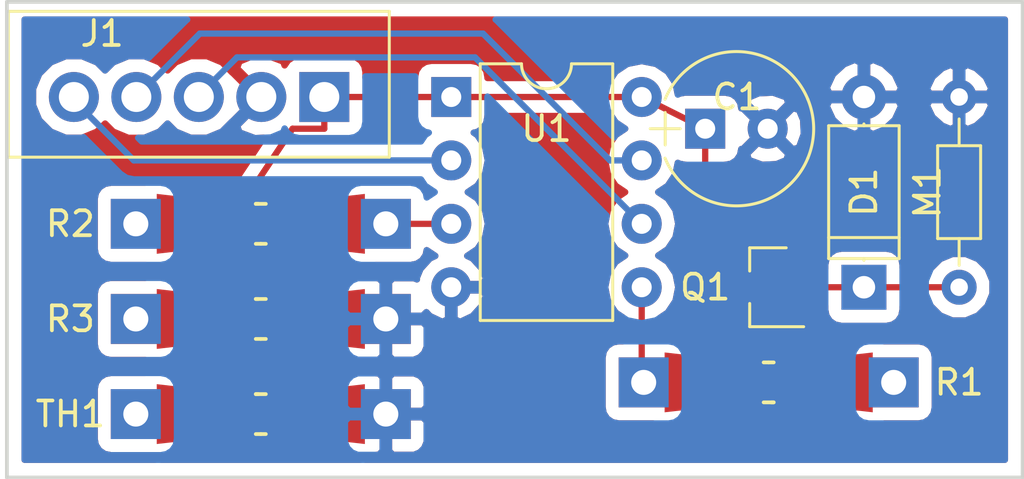
<source format=kicad_pcb>
(kicad_pcb (version 4) (host pcbnew 4.0.7)

  (general
    (links 29)
    (no_connects 0)
    (area 129.064999 110.274999 170.255001 129.615001)
    (thickness 1.6)
    (drawings 4)
    (tracks 45)
    (zones 0)
    (modules 10)
    (nets 10)
  )

  (page A4)
  (layers
    (0 F.Cu signal)
    (31 B.Cu signal)
    (32 B.Adhes user)
    (33 F.Adhes user)
    (34 B.Paste user)
    (35 F.Paste user)
    (36 B.SilkS user)
    (37 F.SilkS user)
    (38 B.Mask user)
    (39 F.Mask user)
    (40 Dwgs.User user)
    (41 Cmts.User user)
    (42 Eco1.User user)
    (43 Eco2.User user)
    (44 Edge.Cuts user)
    (45 Margin user)
    (46 B.CrtYd user)
    (47 F.CrtYd user)
    (48 B.Fab user)
    (49 F.Fab user)
  )

  (setup
    (last_trace_width 0.25)
    (trace_clearance 0.2)
    (zone_clearance 0.508)
    (zone_45_only no)
    (trace_min 0.2)
    (segment_width 0.2)
    (edge_width 0.15)
    (via_size 0.6)
    (via_drill 0.4)
    (via_min_size 0.4)
    (via_min_drill 0.3)
    (uvia_size 0.3)
    (uvia_drill 0.1)
    (uvias_allowed no)
    (uvia_min_size 0.2)
    (uvia_min_drill 0.1)
    (pcb_text_width 0.3)
    (pcb_text_size 1.5 1.5)
    (mod_edge_width 0.15)
    (mod_text_size 1 1)
    (mod_text_width 0.15)
    (pad_size 1.524 1.524)
    (pad_drill 0.762)
    (pad_to_mask_clearance 0.2)
    (aux_axis_origin 0 0)
    (visible_elements 7FFFFFFF)
    (pcbplotparams
      (layerselection 0x00030_80000001)
      (usegerberextensions false)
      (excludeedgelayer true)
      (linewidth 0.100000)
      (plotframeref false)
      (viasonmask false)
      (mode 1)
      (useauxorigin false)
      (hpglpennumber 1)
      (hpglpenspeed 20)
      (hpglpendiameter 15)
      (hpglpenoverlay 2)
      (psnegative false)
      (psa4output false)
      (plotreference true)
      (plotvalue true)
      (plotinvisibletext false)
      (padsonsilk false)
      (subtractmaskfromsilk false)
      (outputformat 1)
      (mirror false)
      (drillshape 0)
      (scaleselection 1)
      (outputdirectory ../../Desktop/TempFan/))
  )

  (net 0 "")
  (net 1 +5V)
  (net 2 GND)
  (net 3 "Net-(D1-Pad1)")
  (net 4 "Net-(Q1-Pad1)")
  (net 5 "Net-(R1-Pad2)")
  (net 6 "Net-(R2-Pad2)")
  (net 7 Out3)
  (net 8 Out1)
  (net 9 Out2)

  (net_class Default "This is the default net class."
    (clearance 0.2)
    (trace_width 0.25)
    (via_dia 0.6)
    (via_drill 0.4)
    (uvia_dia 0.3)
    (uvia_drill 0.1)
    (add_net +5V)
    (add_net GND)
    (add_net "Net-(D1-Pad1)")
    (add_net "Net-(Q1-Pad1)")
    (add_net "Net-(R1-Pad2)")
    (add_net "Net-(R2-Pad2)")
    (add_net Out1)
    (add_net Out2)
    (add_net Out3)
  )

  (module TO_SOT_Packages_SMD:SOT-23 (layer F.Cu) (tedit 4AE15686) (tstamp 59FB9F03)
    (at 160.02 121.92 180)
    (descr "SOT-23, Standard")
    (tags SOT-23)
    (path /4AE15818)
    (attr smd)
    (fp_text reference Q1 (at 2.54 0 180) (layer F.SilkS)
      (effects (font (size 1 1) (thickness 0.15)))
    )
    (fp_text value NPN (at 2.54 -1.27 180) (layer F.Fab)
      (effects (font (size 1 1) (thickness 0.15)))
    )
    (fp_text user %R (at 0 0 270) (layer F.Fab)
      (effects (font (size 0.5 0.5) (thickness 0.075)))
    )
    (fp_line (start -0.7 -0.95) (end -0.7 1.5) (layer F.Fab) (width 0.1))
    (fp_line (start -0.15 -1.52) (end 0.7 -1.52) (layer F.Fab) (width 0.1))
    (fp_line (start -0.7 -0.95) (end -0.15 -1.52) (layer F.Fab) (width 0.1))
    (fp_line (start 0.7 -1.52) (end 0.7 1.52) (layer F.Fab) (width 0.1))
    (fp_line (start -0.7 1.52) (end 0.7 1.52) (layer F.Fab) (width 0.1))
    (fp_line (start 0.76 1.58) (end 0.76 0.65) (layer F.SilkS) (width 0.12))
    (fp_line (start 0.76 -1.58) (end 0.76 -0.65) (layer F.SilkS) (width 0.12))
    (fp_line (start -1.7 -1.75) (end 1.7 -1.75) (layer F.CrtYd) (width 0.05))
    (fp_line (start 1.7 -1.75) (end 1.7 1.75) (layer F.CrtYd) (width 0.05))
    (fp_line (start 1.7 1.75) (end -1.7 1.75) (layer F.CrtYd) (width 0.05))
    (fp_line (start -1.7 1.75) (end -1.7 -1.75) (layer F.CrtYd) (width 0.05))
    (fp_line (start 0.76 -1.58) (end -1.4 -1.58) (layer F.SilkS) (width 0.12))
    (fp_line (start 0.76 1.58) (end -0.7 1.58) (layer F.SilkS) (width 0.12))
    (pad 1 smd rect (at -1 -0.95 180) (size 0.9 0.8) (layers F.Cu F.Paste F.Mask)
      (net 4 "Net-(Q1-Pad1)"))
    (pad 2 smd rect (at -1 0.95 180) (size 0.9 0.8) (layers F.Cu F.Paste F.Mask)
      (net 3 "Net-(D1-Pad1)"))
    (pad 3 smd rect (at 1 0 180) (size 0.9 0.8) (layers F.Cu F.Paste F.Mask)
      (net 1 +5V))
    (model ${KISYS3DMOD}/TO_SOT_Packages_SMD.3dshapes/SOT-23.wrl
      (at (xyz 0 0 0))
      (scale (xyz 1 1 1))
      (rotate (xyz 0 0 0))
    )
  )

  (module Housings_DIP:DIP-8_W7.62mm (layer F.Cu) (tedit 4AE155EA) (tstamp 59FB9F6F)
    (at 147.32 114.3)
    (descr "8-lead though-hole mounted DIP package, row spacing 7.62 mm (300 mils)")
    (tags "THT DIP DIL PDIP 2.54mm 7.62mm 300mil")
    (path /4AE185FF)
    (fp_text reference U1 (at 3.81 1.27) (layer F.SilkS)
      (effects (font (size 1 1) (thickness 0.15)))
    )
    (fp_text value ATTINY85 (at 3.81 -2.54) (layer F.Fab)
      (effects (font (size 1 1) (thickness 0.15)))
    )
    (fp_arc (start 3.81 -1.33) (end 2.81 -1.33) (angle -180) (layer F.SilkS) (width 0.12))
    (fp_line (start 1.635 -1.27) (end 6.985 -1.27) (layer F.Fab) (width 0.1))
    (fp_line (start 6.985 -1.27) (end 6.985 8.89) (layer F.Fab) (width 0.1))
    (fp_line (start 6.985 8.89) (end 0.635 8.89) (layer F.Fab) (width 0.1))
    (fp_line (start 0.635 8.89) (end 0.635 -0.27) (layer F.Fab) (width 0.1))
    (fp_line (start 0.635 -0.27) (end 1.635 -1.27) (layer F.Fab) (width 0.1))
    (fp_line (start 2.81 -1.33) (end 1.16 -1.33) (layer F.SilkS) (width 0.12))
    (fp_line (start 1.16 -1.33) (end 1.16 8.95) (layer F.SilkS) (width 0.12))
    (fp_line (start 1.16 8.95) (end 6.46 8.95) (layer F.SilkS) (width 0.12))
    (fp_line (start 6.46 8.95) (end 6.46 -1.33) (layer F.SilkS) (width 0.12))
    (fp_line (start 6.46 -1.33) (end 4.81 -1.33) (layer F.SilkS) (width 0.12))
    (fp_line (start -1.1 -1.55) (end -1.1 9.15) (layer F.CrtYd) (width 0.05))
    (fp_line (start -1.1 9.15) (end 8.7 9.15) (layer F.CrtYd) (width 0.05))
    (fp_line (start 8.7 9.15) (end 8.7 -1.55) (layer F.CrtYd) (width 0.05))
    (fp_line (start 8.7 -1.55) (end -1.1 -1.55) (layer F.CrtYd) (width 0.05))
    (fp_text user %R (at 3.81 1.27) (layer F.Fab)
      (effects (font (size 1 1) (thickness 0.15)))
    )
    (pad 1 thru_hole rect (at 0 0) (size 1.6 1.6) (drill 0.8) (layers *.Cu *.Mask)
      (net 1 +5V))
    (pad 5 thru_hole oval (at 7.62 7.62) (size 1.6 1.6) (drill 0.8) (layers *.Cu *.Mask)
      (net 5 "Net-(R1-Pad2)"))
    (pad 2 thru_hole oval (at 0 2.54) (size 1.6 1.6) (drill 0.8) (layers *.Cu *.Mask)
      (net 7 Out3))
    (pad 6 thru_hole oval (at 7.62 5.08) (size 1.6 1.6) (drill 0.8) (layers *.Cu *.Mask)
      (net 8 Out1))
    (pad 3 thru_hole oval (at 0 5.08) (size 1.6 1.6) (drill 0.8) (layers *.Cu *.Mask)
      (net 6 "Net-(R2-Pad2)"))
    (pad 7 thru_hole oval (at 7.62 2.54) (size 1.6 1.6) (drill 0.8) (layers *.Cu *.Mask)
      (net 9 Out2))
    (pad 4 thru_hole oval (at 0 7.62) (size 1.6 1.6) (drill 0.8) (layers *.Cu *.Mask)
      (net 2 GND))
    (pad 8 thru_hole oval (at 7.62 0) (size 1.6 1.6) (drill 0.8) (layers *.Cu *.Mask)
      (net 1 +5V))
    (model ${KISYS3DMOD}/Housings_DIP.3dshapes/DIP-8_W7.62mm.wrl
      (at (xyz 0 0 0))
      (scale (xyz 1 1 1))
      (rotate (xyz 0 0 0))
    )
  )

  (module Capacitors_THT:CP_Radial_Tantal_D6.0mm_P2.50mm (layer F.Cu) (tedit 4AE15607) (tstamp 59FB9E64)
    (at 157.48 115.57)
    (descr "CP, Radial_Tantal series, Radial, pin pitch=2.50mm, , diameter=6.0mm, Tantal Electrolytic Capacitor, http://cdn-reichelt.de/documents/datenblatt/B300/TANTAL-TB-Serie%23.pdf")
    (tags "CP Radial_Tantal series Radial pin pitch 2.50mm  diameter 6.0mm Tantal Electrolytic Capacitor")
    (path /4AE1698F)
    (fp_text reference C1 (at 1.27 -1.27 180) (layer F.SilkS)
      (effects (font (size 1 1) (thickness 0.15)))
    )
    (fp_text value "100 u" (at 1.27 -3.81) (layer F.Fab)
      (effects (font (size 1 1) (thickness 0.15)))
    )
    (fp_arc (start 1.25 0) (end -1.605819 -1.18) (angle 135.1) (layer F.SilkS) (width 0.12))
    (fp_arc (start 1.25 0) (end -1.605819 1.18) (angle -135.1) (layer F.SilkS) (width 0.12))
    (fp_arc (start 1.25 0) (end 4.105819 -1.18) (angle 44.9) (layer F.SilkS) (width 0.12))
    (fp_circle (center 1.25 0) (end 4.25 0) (layer F.Fab) (width 0.1))
    (fp_line (start -2.2 0) (end -1 0) (layer F.Fab) (width 0.1))
    (fp_line (start -1.6 -0.65) (end -1.6 0.65) (layer F.Fab) (width 0.1))
    (fp_line (start -2.2 0) (end -1 0) (layer F.SilkS) (width 0.12))
    (fp_line (start -1.6 -0.65) (end -1.6 0.65) (layer F.SilkS) (width 0.12))
    (fp_line (start -2.1 -3.35) (end -2.1 3.35) (layer F.CrtYd) (width 0.05))
    (fp_line (start -2.1 3.35) (end 4.6 3.35) (layer F.CrtYd) (width 0.05))
    (fp_line (start 4.6 3.35) (end 4.6 -3.35) (layer F.CrtYd) (width 0.05))
    (fp_line (start 4.6 -3.35) (end -2.1 -3.35) (layer F.CrtYd) (width 0.05))
    (fp_text user %R (at 1.27 -1.27) (layer F.Fab)
      (effects (font (size 1 1) (thickness 0.15)))
    )
    (pad 1 thru_hole rect (at 0 0) (size 1.6 1.6) (drill 0.8) (layers *.Cu *.Mask)
      (net 1 +5V))
    (pad 2 thru_hole circle (at 2.5 0) (size 1.6 1.6) (drill 0.8) (layers *.Cu *.Mask)
      (net 2 GND))
    (model ${KISYS3DMOD}/Capacitors_THT.3dshapes/CP_Radial_Tantal_D6.0mm_P2.50mm.wrl
      (at (xyz 0 0 0))
      (scale (xyz 1 1 1))
      (rotate (xyz 0 0 0))
    )
  )

  (module Resistors_Universal:Resistor_SMD+THTuniversal_0805to1206_RM10_HandSoldering (layer F.Cu) (tedit 4AE1557D) (tstamp 59FB9F3B)
    (at 139.7 123.19)
    (descr "Resistor, SMD and THT, universal, 0805 to 1206,RM10,  Hand soldering,")
    (tags "Resistor, SMD and THT, universal, 0805 to 1206, RM10, Hand soldering,")
    (path /4AE15FCF)
    (fp_text reference R3 (at -7.62 0) (layer F.SilkS)
      (effects (font (size 1 1) (thickness 0.15)))
    )
    (fp_text value 10K (at -7.62 -1.27) (layer F.Fab)
      (effects (font (size 1 1) (thickness 0.15)))
    )
    (fp_line (start 0 0.8001) (end 0.20066 0.8001) (layer F.SilkS) (width 0.15))
    (fp_line (start 0 0.8001) (end -0.20066 0.8001) (layer F.SilkS) (width 0.15))
    (fp_line (start -0.09906 -0.8001) (end -0.20066 -0.8001) (layer F.SilkS) (width 0.15))
    (fp_line (start -0.20066 -0.8001) (end 0.20066 -0.8001) (layer F.SilkS) (width 0.15))
    (pad 1 smd trapezoid (at -2.413 0) (size 3.50012 1.99898) (rect_delta 0.39878 0 ) (layers F.Cu F.Paste F.Mask)
      (net 6 "Net-(R2-Pad2)"))
    (pad 2 smd trapezoid (at 2.413 0 180) (size 3.50012 1.99898) (rect_delta 0.39878 0 ) (layers F.Cu F.Paste F.Mask)
      (net 2 GND))
    (pad 1 thru_hole rect (at -5.00126 0 180) (size 1.99898 1.99898) (drill 1.00076) (layers *.Cu *.Mask)
      (net 6 "Net-(R2-Pad2)"))
    (pad 2 thru_hole rect (at 5.00126 0 180) (size 1.99898 1.99898) (drill 1.00076) (layers *.Cu *.Mask)
      (net 2 GND))
  )

  (module Resistors_Universal:Resistor_SMD+THTuniversal_0805to1206_RM10_HandSoldering (layer F.Cu) (tedit 4AE155B4) (tstamp 59FB9F53)
    (at 139.7 127)
    (descr "Resistor, SMD and THT, universal, 0805 to 1206,RM10,  Hand soldering,")
    (tags "Resistor, SMD and THT, universal, 0805 to 1206, RM10, Hand soldering,")
    (path /59F1629A)
    (fp_text reference TH1 (at -7.62 0) (layer F.SilkS)
      (effects (font (size 1 1) (thickness 0.15)))
    )
    (fp_text value NTC (at -7.62 -1.27) (layer F.Fab)
      (effects (font (size 1 1) (thickness 0.15)))
    )
    (fp_line (start 0 0.8001) (end 0.20066 0.8001) (layer F.SilkS) (width 0.15))
    (fp_line (start 0 0.8001) (end -0.20066 0.8001) (layer F.SilkS) (width 0.15))
    (fp_line (start -0.09906 -0.8001) (end -0.20066 -0.8001) (layer F.SilkS) (width 0.15))
    (fp_line (start -0.20066 -0.8001) (end 0.20066 -0.8001) (layer F.SilkS) (width 0.15))
    (pad 1 smd trapezoid (at -2.413 0) (size 3.50012 1.99898) (rect_delta 0.39878 0 ) (layers F.Cu F.Paste F.Mask)
      (net 6 "Net-(R2-Pad2)"))
    (pad 2 smd trapezoid (at 2.413 0 180) (size 3.50012 1.99898) (rect_delta 0.39878 0 ) (layers F.Cu F.Paste F.Mask)
      (net 2 GND))
    (pad 1 thru_hole rect (at -5.00126 0 180) (size 1.99898 1.99898) (drill 1.00076) (layers *.Cu *.Mask)
      (net 6 "Net-(R2-Pad2)"))
    (pad 2 thru_hole rect (at 5.00126 0 180) (size 1.99898 1.99898) (drill 1.00076) (layers *.Cu *.Mask)
      (net 2 GND))
  )

  (module Resistors_Universal:Resistor_SMD+THTuniversal_0805to1206_RM10_HandSoldering (layer F.Cu) (tedit 4AE15552) (tstamp 59FB9F2A)
    (at 139.7 119.38)
    (descr "Resistor, SMD and THT, universal, 0805 to 1206,RM10,  Hand soldering,")
    (tags "Resistor, SMD and THT, universal, 0805 to 1206, RM10, Hand soldering,")
    (path /4AE166D6)
    (fp_text reference R2 (at -7.62 0) (layer F.SilkS)
      (effects (font (size 1 1) (thickness 0.15)))
    )
    (fp_text value 10K (at -7.62 -1.27) (layer F.Fab)
      (effects (font (size 1 1) (thickness 0.15)))
    )
    (fp_line (start 0 0.8001) (end 0.20066 0.8001) (layer F.SilkS) (width 0.15))
    (fp_line (start 0 0.8001) (end -0.20066 0.8001) (layer F.SilkS) (width 0.15))
    (fp_line (start -0.09906 -0.8001) (end -0.20066 -0.8001) (layer F.SilkS) (width 0.15))
    (fp_line (start -0.20066 -0.8001) (end 0.20066 -0.8001) (layer F.SilkS) (width 0.15))
    (pad 1 smd trapezoid (at -2.413 0) (size 3.50012 1.99898) (rect_delta 0.39878 0 ) (layers F.Cu F.Paste F.Mask)
      (net 1 +5V))
    (pad 2 smd trapezoid (at 2.413 0 180) (size 3.50012 1.99898) (rect_delta 0.39878 0 ) (layers F.Cu F.Paste F.Mask)
      (net 6 "Net-(R2-Pad2)"))
    (pad 1 thru_hole rect (at -5.00126 0 180) (size 1.99898 1.99898) (drill 1.00076) (layers *.Cu *.Mask)
      (net 1 +5V))
    (pad 2 thru_hole rect (at 5.00126 0 180) (size 1.99898 1.99898) (drill 1.00076) (layers *.Cu *.Mask)
      (net 6 "Net-(R2-Pad2)"))
  )

  (module Resistors_Universal:Resistor_SMD+THTuniversal_0805to1206_RM10_HandSoldering (layer F.Cu) (tedit 4AE15638) (tstamp 59FB9F14)
    (at 160.02 125.73 180)
    (descr "Resistor, SMD and THT, universal, 0805 to 1206,RM10,  Hand soldering,")
    (tags "Resistor, SMD and THT, universal, 0805 to 1206, RM10, Hand soldering,")
    (path /4AE167C4)
    (fp_text reference R1 (at -7.62 0 180) (layer F.SilkS)
      (effects (font (size 1 1) (thickness 0.15)))
    )
    (fp_text value 1K (at -7.62 1.27 180) (layer F.Fab)
      (effects (font (size 1 1) (thickness 0.15)))
    )
    (fp_line (start 0 0.8001) (end 0.20066 0.8001) (layer F.SilkS) (width 0.15))
    (fp_line (start 0 0.8001) (end -0.20066 0.8001) (layer F.SilkS) (width 0.15))
    (fp_line (start -0.09906 -0.8001) (end -0.20066 -0.8001) (layer F.SilkS) (width 0.15))
    (fp_line (start -0.20066 -0.8001) (end 0.20066 -0.8001) (layer F.SilkS) (width 0.15))
    (pad 1 smd trapezoid (at -2.413 0 180) (size 3.50012 1.99898) (rect_delta 0.39878 0 ) (layers F.Cu F.Paste F.Mask)
      (net 4 "Net-(Q1-Pad1)"))
    (pad 2 smd trapezoid (at 2.413 0) (size 3.50012 1.99898) (rect_delta 0.39878 0 ) (layers F.Cu F.Paste F.Mask)
      (net 5 "Net-(R1-Pad2)"))
    (pad 1 thru_hole rect (at -5.00126 0) (size 1.99898 1.99898) (drill 1.00076) (layers *.Cu *.Mask)
      (net 4 "Net-(Q1-Pad1)"))
    (pad 2 thru_hole rect (at 5.00126 0) (size 1.99898 1.99898) (drill 1.00076) (layers *.Cu *.Mask)
      (net 5 "Net-(R1-Pad2)"))
  )

  (module Resistors_THT:R_Axial_DIN0204_L3.6mm_D1.6mm_P7.62mm_Horizontal (layer F.Cu) (tedit 59FBBA02) (tstamp 59FB9EEE)
    (at 167.64 121.92 90)
    (descr "Resistor, Axial_DIN0204 series, Axial, Horizontal, pin pitch=7.62mm, 0.16666666666666666W = 1/6W, length*diameter=3.6*1.6mm^2, http://cdn-reichelt.de/documents/datenblatt/B400/1_4W%23YAG.pdf")
    (tags "Resistor Axial_DIN0204 series Axial Horizontal pin pitch 7.62mm 0.16666666666666666W = 1/6W length 3.6mm diameter 1.6mm")
    (path /4AE158D0)
    (fp_text reference M1 (at 3.81 -1.27 90) (layer F.SilkS)
      (effects (font (size 1 1) (thickness 0.15)))
    )
    (fp_text value Fan (at 3.81 0 90) (layer F.Fab)
      (effects (font (size 1 1) (thickness 0.15)))
    )
    (fp_line (start 2.01 -0.8) (end 2.01 0.8) (layer F.Fab) (width 0.1))
    (fp_line (start 2.01 0.8) (end 5.61 0.8) (layer F.Fab) (width 0.1))
    (fp_line (start 5.61 0.8) (end 5.61 -0.8) (layer F.Fab) (width 0.1))
    (fp_line (start 5.61 -0.8) (end 2.01 -0.8) (layer F.Fab) (width 0.1))
    (fp_line (start 0 0) (end 2.01 0) (layer F.Fab) (width 0.1))
    (fp_line (start 7.62 0) (end 5.61 0) (layer F.Fab) (width 0.1))
    (fp_line (start 1.95 -0.86) (end 1.95 0.86) (layer F.SilkS) (width 0.12))
    (fp_line (start 1.95 0.86) (end 5.67 0.86) (layer F.SilkS) (width 0.12))
    (fp_line (start 5.67 0.86) (end 5.67 -0.86) (layer F.SilkS) (width 0.12))
    (fp_line (start 5.67 -0.86) (end 1.95 -0.86) (layer F.SilkS) (width 0.12))
    (fp_line (start 0.88 0) (end 1.95 0) (layer F.SilkS) (width 0.12))
    (fp_line (start 6.74 0) (end 5.67 0) (layer F.SilkS) (width 0.12))
    (fp_line (start -0.95 -1.15) (end -0.95 1.15) (layer F.CrtYd) (width 0.05))
    (fp_line (start -0.95 1.15) (end 8.6 1.15) (layer F.CrtYd) (width 0.05))
    (fp_line (start 8.6 1.15) (end 8.6 -1.15) (layer F.CrtYd) (width 0.05))
    (fp_line (start 8.6 -1.15) (end -0.95 -1.15) (layer F.CrtYd) (width 0.05))
    (pad 1 thru_hole circle (at 0 0 90) (size 1.4 1.4) (drill 0.7) (layers *.Cu *.Mask)
      (net 3 "Net-(D1-Pad1)"))
    (pad 2 thru_hole oval (at 7.62 0 90) (size 1.4 1.4) (drill 0.7) (layers *.Cu *.Mask)
      (net 2 GND))
    (model ${KISYS3DMOD}/Resistors_THT.3dshapes/R_Axial_DIN0204_L3.6mm_D1.6mm_P7.62mm_Horizontal.wrl
      (at (xyz 0 0 0))
      (scale (xyz 0.393701 0.393701 0.393701))
      (rotate (xyz 0 0 0))
    )
  )

  (module Diodes_THT:D_A-405_P7.62mm_Horizontal (layer F.Cu) (tedit 4AE1565E) (tstamp 59FB9E78)
    (at 163.83 121.92 90)
    (descr "D, A-405 series, Axial, Horizontal, pin pitch=7.62mm, , length*diameter=5.2*2.7mm^2, , http://www.diodes.com/_files/packages/A-405.pdf")
    (tags "D A-405 series Axial Horizontal pin pitch 7.62mm  length 5.2mm diameter 2.7mm")
    (path /4AE16956)
    (fp_text reference D1 (at 3.81 0 90) (layer F.SilkS)
      (effects (font (size 1 1) (thickness 0.15)))
    )
    (fp_text value D (at 5.08 0 90) (layer F.Fab)
      (effects (font (size 1 1) (thickness 0.15)))
    )
    (fp_text user %R (at 3.81 0 90) (layer F.Fab)
      (effects (font (size 1 1) (thickness 0.15)))
    )
    (fp_line (start 1.21 -1.35) (end 1.21 1.35) (layer F.Fab) (width 0.1))
    (fp_line (start 1.21 1.35) (end 6.41 1.35) (layer F.Fab) (width 0.1))
    (fp_line (start 6.41 1.35) (end 6.41 -1.35) (layer F.Fab) (width 0.1))
    (fp_line (start 6.41 -1.35) (end 1.21 -1.35) (layer F.Fab) (width 0.1))
    (fp_line (start 0 0) (end 1.21 0) (layer F.Fab) (width 0.1))
    (fp_line (start 7.62 0) (end 6.41 0) (layer F.Fab) (width 0.1))
    (fp_line (start 1.99 -1.35) (end 1.99 1.35) (layer F.Fab) (width 0.1))
    (fp_line (start 1.15 -1.41) (end 1.15 1.41) (layer F.SilkS) (width 0.12))
    (fp_line (start 1.15 1.41) (end 6.47 1.41) (layer F.SilkS) (width 0.12))
    (fp_line (start 6.47 1.41) (end 6.47 -1.41) (layer F.SilkS) (width 0.12))
    (fp_line (start 6.47 -1.41) (end 1.15 -1.41) (layer F.SilkS) (width 0.12))
    (fp_line (start 1.08 0) (end 1.15 0) (layer F.SilkS) (width 0.12))
    (fp_line (start 6.54 0) (end 6.47 0) (layer F.SilkS) (width 0.12))
    (fp_line (start 1.99 -1.41) (end 1.99 1.41) (layer F.SilkS) (width 0.12))
    (fp_line (start -1.15 -1.7) (end -1.15 1.7) (layer F.CrtYd) (width 0.05))
    (fp_line (start -1.15 1.7) (end 8.8 1.7) (layer F.CrtYd) (width 0.05))
    (fp_line (start 8.8 1.7) (end 8.8 -1.7) (layer F.CrtYd) (width 0.05))
    (fp_line (start 8.8 -1.7) (end -1.15 -1.7) (layer F.CrtYd) (width 0.05))
    (pad 1 thru_hole rect (at 0 0 90) (size 1.8 1.8) (drill 0.9) (layers *.Cu *.Mask)
      (net 3 "Net-(D1-Pad1)"))
    (pad 2 thru_hole oval (at 7.62 0 90) (size 1.8 1.8) (drill 0.9) (layers *.Cu *.Mask)
      (net 2 GND))
    (model ${KISYS3DMOD}/Diodes_THT.3dshapes/D_A-405_P7.62mm_Horizontal.wrl
      (at (xyz 0 0 0))
      (scale (xyz 0.393701 0.393701 0.393701))
      (rotate (xyz 0 0 0))
    )
  )

  (module Connectors:Wafer_Vertical15x5.8x7RM2.5-5 (layer F.Cu) (tedit 4AE15524) (tstamp 59FCCAE6)
    (at 142.24 114.3 180)
    (descr "Gold-Tek vertical wafer connector with 2.5mm pitch")
    (tags "wafer connector vertical")
    (path /59FCCF8B)
    (fp_text reference J1 (at 8.89 2.54 180) (layer F.SilkS)
      (effects (font (size 1 1) (thickness 0.15)))
    )
    (fp_text value Conn_01x05 (at 2.54 2.54 180) (layer F.Fab)
      (effects (font (size 1 1) (thickness 0.15)))
    )
    (fp_line (start -3 -2.75) (end 12.95 -2.75) (layer F.CrtYd) (width 0.05))
    (fp_line (start 12.95 -2.75) (end 12.95 3.8) (layer F.CrtYd) (width 0.05))
    (fp_line (start 12.95 3.8) (end -3 3.8) (layer F.CrtYd) (width 0.05))
    (fp_line (start -3 3.8) (end -3 -2.75) (layer F.CrtYd) (width 0.05))
    (fp_line (start 12.64 3.43) (end -2.6 3.43) (layer F.SilkS) (width 0.12))
    (fp_line (start -2.6 -2.41) (end 12.64 -2.41) (layer F.SilkS) (width 0.12))
    (fp_line (start 12.64 -2.41) (end 12.64 3.43) (layer F.SilkS) (width 0.12))
    (fp_line (start -2.6 -2.41) (end -2.6 3.43) (layer F.SilkS) (width 0.12))
    (pad 1 thru_hole rect (at 0 0 180) (size 2 2) (drill 1.2) (layers *.Cu *.Mask)
      (net 1 +5V))
    (pad 2 thru_hole circle (at 2.52 0 180) (size 2 2) (drill 1.2) (layers *.Cu *.Mask)
      (net 2 GND))
    (pad 3 thru_hole circle (at 5.02 0 180) (size 2 2) (drill 1.2) (layers *.Cu *.Mask)
      (net 8 Out1))
    (pad 4 thru_hole circle (at 7.52 0 180) (size 2 2) (drill 1.2) (layers *.Cu *.Mask)
      (net 9 Out2))
    (pad 5 thru_hole circle (at 10.02 0 180) (size 2 2) (drill 1.2) (layers *.Cu *.Mask)
      (net 7 Out3))
    (model ${KISYS3DMOD}/Connectors.3dshapes/Wafer_Vertical15x5.8x7RM2.5-5.wrl
      (at (xyz 0 0 0))
      (scale (xyz 4 4 4))
      (rotate (xyz 0 0 0))
    )
  )

  (gr_line (start 129.54 110.49) (end 170.18 110.49) (angle 90) (layer Edge.Cuts) (width 0.15))
  (gr_line (start 129.54 129.54) (end 129.54 110.49) (angle 90) (layer Edge.Cuts) (width 0.15))
  (gr_line (start 170.18 129.54) (end 129.54 129.54) (angle 90) (layer Edge.Cuts) (width 0.15))
  (gr_line (start 170.18 110.49) (end 170.18 129.54) (angle 90) (layer Edge.Cuts) (width 0.15))

  (segment (start 134.69874 119.38) (end 137.287 119.38) (width 0.25) (layer F.Cu) (net 1))
  (segment (start 142.24 114.3) (end 142.24 115.57) (width 0.25) (layer F.Cu) (net 1))
  (segment (start 140.97 115.57) (end 138.43 119.38) (width 0.25) (layer F.Cu) (net 1) (tstamp 59FCDCEA) (status 20))
  (segment (start 142.24 115.57) (end 140.97 115.57) (width 0.25) (layer F.Cu) (net 1) (tstamp 59FCDCDD))
  (segment (start 138.43 119.38) (end 137.287 119.38) (width 0.25) (layer F.Cu) (net 1) (tstamp 59FCDCF8) (status 30))
  (segment (start 147.32 114.3) (end 142.24 114.3) (width 0.25) (layer F.Cu) (net 1))
  (segment (start 154.94 114.3) (end 147.32 114.3) (width 0.25) (layer F.Cu) (net 1))
  (segment (start 159.02 121.92) (end 158.75 121.92) (width 0.25) (layer F.Cu) (net 1))
  (segment (start 158.75 121.92) (end 157.48 120.65) (width 0.25) (layer F.Cu) (net 1) (tstamp 59FCDCB1))
  (segment (start 157.48 120.65) (end 157.48 115.57) (width 0.25) (layer F.Cu) (net 1) (tstamp 59FCDCB9))
  (segment (start 157.48 115.57) (end 154.94 114.3) (width 0.25) (layer F.Cu) (net 1) (status 10))
  (segment (start 137.287 119.253) (end 137.287 119.38) (width 0.25) (layer F.Cu) (net 1) (tstamp 59FBC1DB) (status 30))
  (segment (start 140.8 126.83) (end 140.97 127) (width 0.25) (layer F.Cu) (net 2) (tstamp 59FDA016) (status 30))
  (segment (start 140.97 127) (end 140.8 127) (width 0.25) (layer F.Cu) (net 2) (tstamp 59FDA018) (status 30))
  (segment (start 140.97 123.19) (end 140.8 123.19) (width 0.25) (layer F.Cu) (net 2) (tstamp 59FDA015) (status 30))
  (segment (start 163.83 121.92) (end 161.97 121.92) (width 0.25) (layer F.Cu) (net 3) (status 10))
  (segment (start 161.97 121.92) (end 161.02 120.97) (width 0.25) (layer F.Cu) (net 3) (tstamp 59FBB318))
  (segment (start 167.64 121.92) (end 163.83 121.92) (width 0.25) (layer F.Cu) (net 3) (status 10))
  (segment (start 162.433 125.73) (end 165.02126 125.73) (width 0.25) (layer F.Cu) (net 4))
  (segment (start 161.02 122.87) (end 161.02 124.317) (width 0.25) (layer F.Cu) (net 4))
  (segment (start 161.02 124.317) (end 162.433 125.73) (width 0.25) (layer F.Cu) (net 4) (tstamp 59FBB31B))
  (segment (start 157.607 125.73) (end 155.01874 125.73) (width 0.25) (layer F.Cu) (net 5))
  (segment (start 154.94 121.92) (end 154.94 125.65126) (width 0.25) (layer F.Cu) (net 5))
  (segment (start 154.94 125.65126) (end 155.01874 125.73) (width 0.25) (layer F.Cu) (net 5) (tstamp 59FBB338))
  (segment (start 156.21 125.73) (end 158.92 125.73) (width 0.25) (layer F.Cu) (net 5) (status 30))
  (segment (start 134.69874 123.19) (end 137.287 123.19) (width 0.25) (layer F.Cu) (net 6))
  (segment (start 144.70126 119.38) (end 142.113 119.38) (width 0.25) (layer F.Cu) (net 6))
  (segment (start 144.70126 119.38) (end 147.32 119.38) (width 0.25) (layer F.Cu) (net 6))
  (segment (start 137.287 127) (end 134.69874 127) (width 0.25) (layer F.Cu) (net 6) (status 30))
  (segment (start 138.6 123.19) (end 141.14 119.72) (width 0.25) (layer F.Cu) (net 6) (status 20))
  (segment (start 141.14 119.72) (end 140.8 119.38) (width 0.25) (layer F.Cu) (net 6) (tstamp 59FDA01C) (status 30))
  (segment (start 138.6 127) (end 138.6 123.36) (width 0.25) (layer F.Cu) (net 6) (status 20))
  (segment (start 138.6 123.36) (end 138.43 123.19) (width 0.25) (layer F.Cu) (net 6) (tstamp 59FDA019) (status 30))
  (segment (start 138.43 123.19) (end 138.6 123.19) (width 0.25) (layer F.Cu) (net 6) (tstamp 59FDA01B) (status 30))
  (segment (start 147.32 116.84) (end 134.62 116.84) (width 0.25) (layer B.Cu) (net 7))
  (segment (start 134.62 116.84) (end 132.22 114.44) (width 0.25) (layer B.Cu) (net 7) (tstamp 59FCD6A8))
  (segment (start 132.22 114.44) (end 132.22 114.3) (width 0.25) (layer B.Cu) (net 7) (tstamp 59FCD6AC))
  (segment (start 137.22 114.3) (end 137.22 114.24) (width 0.25) (layer B.Cu) (net 8))
  (segment (start 137.22 114.24) (end 138.746801 112.713199) (width 0.25) (layer B.Cu) (net 8) (tstamp 59FCD6D8))
  (segment (start 138.746801 112.713199) (end 148.273199 112.713199) (width 0.25) (layer B.Cu) (net 8) (tstamp 59FCD6E8))
  (segment (start 148.273199 112.713199) (end 154.94 119.38) (width 0.25) (layer B.Cu) (net 8) (tstamp 59FCD6ED))
  (segment (start 154.94 116.84) (end 153.67 116.84) (width 0.25) (layer B.Cu) (net 9))
  (segment (start 137.26 111.76) (end 134.72 114.3) (width 0.25) (layer B.Cu) (net 9) (tstamp 59FCD67C))
  (segment (start 148.59 111.76) (end 137.26 111.76) (width 0.25) (layer B.Cu) (net 9) (tstamp 59FCD66A))
  (segment (start 153.67 116.84) (end 148.59 111.76) (width 0.25) (layer B.Cu) (net 9) (tstamp 59FCD663))

  (zone (net 2) (net_name GND) (layer B.Cu) (tstamp 59FBB383) (hatch edge 0.508)
    (connect_pads (clearance 0.508))
    (min_thickness 0.254)
    (fill yes (arc_segments 16) (thermal_gap 0.508) (thermal_bridge_width 0.508))
    (polygon
      (pts
        (xy 170.18 129.54) (xy 129.54 129.54) (xy 129.54 110.49) (xy 170.18 110.49)
      )
    )
    (filled_polygon
      (pts
        (xy 136.722599 111.222599) (xy 135.211473 112.733725) (xy 135.046648 112.665284) (xy 134.396205 112.664716) (xy 133.795057 112.913106)
        (xy 133.469836 113.237759) (xy 133.147363 112.914722) (xy 132.546648 112.665284) (xy 131.896205 112.664716) (xy 131.295057 112.913106)
        (xy 130.834722 113.372637) (xy 130.585284 113.973352) (xy 130.584716 114.623795) (xy 130.833106 115.224943) (xy 131.292637 115.685278)
        (xy 131.893352 115.934716) (xy 132.543795 115.935284) (xy 132.612212 115.907014) (xy 134.082599 117.377401) (xy 134.329161 117.542148)
        (xy 134.62 117.6) (xy 146.107005 117.6) (xy 146.277189 117.854698) (xy 146.659275 118.11) (xy 146.337718 118.324858)
        (xy 146.303912 118.145193) (xy 146.16484 117.929069) (xy 145.95264 117.784079) (xy 145.70075 117.73307) (xy 143.70177 117.73307)
        (xy 143.466453 117.777348) (xy 143.250329 117.91642) (xy 143.105339 118.12862) (xy 143.05433 118.38051) (xy 143.05433 120.37949)
        (xy 143.098608 120.614807) (xy 143.23768 120.830931) (xy 143.44988 120.975921) (xy 143.70177 121.02693) (xy 145.70075 121.02693)
        (xy 145.936067 120.982652) (xy 146.152191 120.84358) (xy 146.297181 120.63138) (xy 146.337015 120.434673) (xy 146.681703 120.664986)
        (xy 146.464866 120.767611) (xy 146.088959 121.182577) (xy 145.928096 121.570961) (xy 145.946873 121.605139) (xy 145.827059 121.55551)
        (xy 144.98701 121.55551) (xy 144.82826 121.71426) (xy 144.82826 123.063) (xy 146.177 123.063) (xy 146.323579 122.916421)
        (xy 146.464866 123.072389) (xy 146.970959 123.311914) (xy 147.193 123.190629) (xy 147.193 122.047) (xy 147.447 122.047)
        (xy 147.447 123.190629) (xy 147.669041 123.311914) (xy 148.175134 123.072389) (xy 148.551041 122.657423) (xy 148.711904 122.269039)
        (xy 148.589915 122.047) (xy 147.447 122.047) (xy 147.193 122.047) (xy 147.173 122.047) (xy 147.173 121.793)
        (xy 147.193 121.793) (xy 147.193 121.773) (xy 147.447 121.773) (xy 147.447 121.793) (xy 148.589915 121.793)
        (xy 148.711904 121.570961) (xy 148.551041 121.182577) (xy 148.175134 120.767611) (xy 147.958297 120.664986) (xy 148.362811 120.394698)
        (xy 148.67388 119.929151) (xy 148.783113 119.38) (xy 148.67388 118.830849) (xy 148.362811 118.365302) (xy 147.980725 118.11)
        (xy 148.362811 117.854698) (xy 148.67388 117.389151) (xy 148.783113 116.84) (xy 148.67388 116.290849) (xy 148.362811 115.825302)
        (xy 148.218535 115.728899) (xy 148.355317 115.703162) (xy 148.571441 115.56409) (xy 148.716431 115.35189) (xy 148.76744 115.1)
        (xy 148.76744 114.282242) (xy 153.541312 119.056114) (xy 153.476887 119.38) (xy 153.58612 119.929151) (xy 153.897189 120.394698)
        (xy 154.279275 120.65) (xy 153.897189 120.905302) (xy 153.58612 121.370849) (xy 153.476887 121.92) (xy 153.58612 122.469151)
        (xy 153.897189 122.934698) (xy 154.362736 123.245767) (xy 154.911887 123.355) (xy 154.968113 123.355) (xy 155.517264 123.245767)
        (xy 155.982811 122.934698) (xy 156.29388 122.469151) (xy 156.403113 121.92) (xy 156.29388 121.370849) (xy 156.05945 121.02)
        (xy 162.28256 121.02) (xy 162.28256 122.82) (xy 162.326838 123.055317) (xy 162.46591 123.271441) (xy 162.67811 123.416431)
        (xy 162.93 123.46744) (xy 164.73 123.46744) (xy 164.965317 123.423162) (xy 165.181441 123.28409) (xy 165.326431 123.07189)
        (xy 165.37744 122.82) (xy 165.37744 122.184383) (xy 166.304769 122.184383) (xy 166.507582 122.675229) (xy 166.882796 123.051098)
        (xy 167.373287 123.254768) (xy 167.904383 123.255231) (xy 168.395229 123.052418) (xy 168.771098 122.677204) (xy 168.974768 122.186713)
        (xy 168.975231 121.655617) (xy 168.772418 121.164771) (xy 168.397204 120.788902) (xy 167.906713 120.585232) (xy 167.375617 120.584769)
        (xy 166.884771 120.787582) (xy 166.508902 121.162796) (xy 166.305232 121.653287) (xy 166.304769 122.184383) (xy 165.37744 122.184383)
        (xy 165.37744 121.02) (xy 165.333162 120.784683) (xy 165.19409 120.568559) (xy 164.98189 120.423569) (xy 164.73 120.37256)
        (xy 162.93 120.37256) (xy 162.694683 120.416838) (xy 162.478559 120.55591) (xy 162.333569 120.76811) (xy 162.28256 121.02)
        (xy 156.05945 121.02) (xy 155.982811 120.905302) (xy 155.600725 120.65) (xy 155.982811 120.394698) (xy 156.29388 119.929151)
        (xy 156.403113 119.38) (xy 156.29388 118.830849) (xy 155.982811 118.365302) (xy 155.600725 118.11) (xy 155.982811 117.854698)
        (xy 156.29388 117.389151) (xy 156.383964 116.936267) (xy 156.42811 116.966431) (xy 156.68 117.01744) (xy 158.28 117.01744)
        (xy 158.515317 116.973162) (xy 158.731441 116.83409) (xy 158.876431 116.62189) (xy 158.88537 116.577745) (xy 159.151861 116.577745)
        (xy 159.225995 116.823864) (xy 159.763223 117.016965) (xy 160.333454 116.989778) (xy 160.734005 116.823864) (xy 160.808139 116.577745)
        (xy 159.98 115.749605) (xy 159.151861 116.577745) (xy 158.88537 116.577745) (xy 158.924646 116.383799) (xy 158.972255 116.398139)
        (xy 159.800395 115.57) (xy 160.159605 115.57) (xy 160.987745 116.398139) (xy 161.233864 116.324005) (xy 161.426965 115.786777)
        (xy 161.399778 115.216546) (xy 161.233864 114.815995) (xy 160.987745 114.741861) (xy 160.159605 115.57) (xy 159.800395 115.57)
        (xy 158.972255 114.741861) (xy 158.924833 114.756145) (xy 158.888351 114.562255) (xy 159.151861 114.562255) (xy 159.98 115.390395)
        (xy 160.705652 114.664742) (xy 162.338954 114.664742) (xy 162.592034 115.207576) (xy 163.033583 115.61224) (xy 163.46526 115.791036)
        (xy 163.703 115.670378) (xy 163.703 114.427) (xy 163.957 114.427) (xy 163.957 115.670378) (xy 164.19474 115.791036)
        (xy 164.626417 115.61224) (xy 165.067966 115.207576) (xy 165.321046 114.664742) (xy 165.305185 114.633331) (xy 166.347273 114.633331)
        (xy 166.573236 115.102663) (xy 166.961604 115.449797) (xy 167.306671 115.592716) (xy 167.513 115.469374) (xy 167.513 114.427)
        (xy 167.767 114.427) (xy 167.767 115.469374) (xy 167.973329 115.592716) (xy 168.318396 115.449797) (xy 168.706764 115.102663)
        (xy 168.932727 114.633331) (xy 168.810206 114.427) (xy 167.767 114.427) (xy 167.513 114.427) (xy 166.469794 114.427)
        (xy 166.347273 114.633331) (xy 165.305185 114.633331) (xy 165.200997 114.427) (xy 163.957 114.427) (xy 163.703 114.427)
        (xy 162.459003 114.427) (xy 162.338954 114.664742) (xy 160.705652 114.664742) (xy 160.808139 114.562255) (xy 160.734005 114.316136)
        (xy 160.196777 114.123035) (xy 159.626546 114.150222) (xy 159.225995 114.316136) (xy 159.151861 114.562255) (xy 158.888351 114.562255)
        (xy 158.883162 114.534683) (xy 158.74409 114.318559) (xy 158.53189 114.173569) (xy 158.28 114.12256) (xy 156.68 114.12256)
        (xy 156.444683 114.166838) (xy 156.384348 114.205662) (xy 156.330562 113.935258) (xy 162.338954 113.935258) (xy 162.459003 114.173)
        (xy 163.703 114.173) (xy 163.703 112.929622) (xy 163.957 112.929622) (xy 163.957 114.173) (xy 165.200997 114.173)
        (xy 165.305184 113.966669) (xy 166.347273 113.966669) (xy 166.469794 114.173) (xy 167.513 114.173) (xy 167.513 113.130626)
        (xy 167.767 113.130626) (xy 167.767 114.173) (xy 168.810206 114.173) (xy 168.932727 113.966669) (xy 168.706764 113.497337)
        (xy 168.318396 113.150203) (xy 167.973329 113.007284) (xy 167.767 113.130626) (xy 167.513 113.130626) (xy 167.306671 113.007284)
        (xy 166.961604 113.150203) (xy 166.573236 113.497337) (xy 166.347273 113.966669) (xy 165.305184 113.966669) (xy 165.321046 113.935258)
        (xy 165.067966 113.392424) (xy 164.626417 112.98776) (xy 164.19474 112.808964) (xy 163.957 112.929622) (xy 163.703 112.929622)
        (xy 163.46526 112.808964) (xy 163.033583 112.98776) (xy 162.592034 113.392424) (xy 162.338954 113.935258) (xy 156.330562 113.935258)
        (xy 156.29388 113.750849) (xy 155.982811 113.285302) (xy 155.517264 112.974233) (xy 154.968113 112.865) (xy 154.911887 112.865)
        (xy 154.362736 112.974233) (xy 153.897189 113.285302) (xy 153.58612 113.750849) (xy 153.476887 114.3) (xy 153.58612 114.849151)
        (xy 153.897189 115.314698) (xy 154.279275 115.57) (xy 153.897189 115.825302) (xy 153.830264 115.925462) (xy 149.127401 111.222599)
        (xy 149.093579 111.2) (xy 169.47 111.2) (xy 169.47 128.83) (xy 130.25 128.83) (xy 130.25 126.00051)
        (xy 133.05181 126.00051) (xy 133.05181 127.99949) (xy 133.096088 128.234807) (xy 133.23516 128.450931) (xy 133.44736 128.595921)
        (xy 133.69925 128.64693) (xy 135.69823 128.64693) (xy 135.933547 128.602652) (xy 136.149671 128.46358) (xy 136.294661 128.25138)
        (xy 136.34567 127.99949) (xy 136.34567 127.28575) (xy 143.06677 127.28575) (xy 143.06677 128.1258) (xy 143.163443 128.359189)
        (xy 143.342072 128.537817) (xy 143.575461 128.63449) (xy 144.41551 128.63449) (xy 144.57426 128.47574) (xy 144.57426 127.127)
        (xy 144.82826 127.127) (xy 144.82826 128.47574) (xy 144.98701 128.63449) (xy 145.827059 128.63449) (xy 146.060448 128.537817)
        (xy 146.239077 128.359189) (xy 146.33575 128.1258) (xy 146.33575 127.28575) (xy 146.177 127.127) (xy 144.82826 127.127)
        (xy 144.57426 127.127) (xy 143.22552 127.127) (xy 143.06677 127.28575) (xy 136.34567 127.28575) (xy 136.34567 126.00051)
        (xy 136.321904 125.8742) (xy 143.06677 125.8742) (xy 143.06677 126.71425) (xy 143.22552 126.873) (xy 144.57426 126.873)
        (xy 144.57426 125.52426) (xy 144.82826 125.52426) (xy 144.82826 126.873) (xy 146.177 126.873) (xy 146.33575 126.71425)
        (xy 146.33575 125.8742) (xy 146.239077 125.640811) (xy 146.060448 125.462183) (xy 145.827059 125.36551) (xy 144.98701 125.36551)
        (xy 144.82826 125.52426) (xy 144.57426 125.52426) (xy 144.41551 125.36551) (xy 143.575461 125.36551) (xy 143.342072 125.462183)
        (xy 143.163443 125.640811) (xy 143.06677 125.8742) (xy 136.321904 125.8742) (xy 136.301392 125.765193) (xy 136.16232 125.549069)
        (xy 135.95012 125.404079) (xy 135.69823 125.35307) (xy 133.69925 125.35307) (xy 133.463933 125.397348) (xy 133.247809 125.53642)
        (xy 133.102819 125.74862) (xy 133.05181 126.00051) (xy 130.25 126.00051) (xy 130.25 122.19051) (xy 133.05181 122.19051)
        (xy 133.05181 124.18949) (xy 133.096088 124.424807) (xy 133.23516 124.640931) (xy 133.44736 124.785921) (xy 133.69925 124.83693)
        (xy 135.69823 124.83693) (xy 135.933547 124.792652) (xy 136.149671 124.65358) (xy 136.294661 124.44138) (xy 136.34567 124.18949)
        (xy 136.34567 123.47575) (xy 143.06677 123.47575) (xy 143.06677 124.3158) (xy 143.163443 124.549189) (xy 143.342072 124.727817)
        (xy 143.575461 124.82449) (xy 144.41551 124.82449) (xy 144.57426 124.66574) (xy 144.57426 123.317) (xy 144.82826 123.317)
        (xy 144.82826 124.66574) (xy 144.98701 124.82449) (xy 145.827059 124.82449) (xy 146.053946 124.73051) (xy 153.37181 124.73051)
        (xy 153.37181 126.72949) (xy 153.416088 126.964807) (xy 153.55516 127.180931) (xy 153.76736 127.325921) (xy 154.01925 127.37693)
        (xy 156.01823 127.37693) (xy 156.253547 127.332652) (xy 156.469671 127.19358) (xy 156.614661 126.98138) (xy 156.66567 126.72949)
        (xy 156.66567 124.73051) (xy 163.37433 124.73051) (xy 163.37433 126.72949) (xy 163.418608 126.964807) (xy 163.55768 127.180931)
        (xy 163.76988 127.325921) (xy 164.02177 127.37693) (xy 166.02075 127.37693) (xy 166.256067 127.332652) (xy 166.472191 127.19358)
        (xy 166.617181 126.98138) (xy 166.66819 126.72949) (xy 166.66819 124.73051) (xy 166.623912 124.495193) (xy 166.48484 124.279069)
        (xy 166.27264 124.134079) (xy 166.02075 124.08307) (xy 164.02177 124.08307) (xy 163.786453 124.127348) (xy 163.570329 124.26642)
        (xy 163.425339 124.47862) (xy 163.37433 124.73051) (xy 156.66567 124.73051) (xy 156.621392 124.495193) (xy 156.48232 124.279069)
        (xy 156.27012 124.134079) (xy 156.01823 124.08307) (xy 154.01925 124.08307) (xy 153.783933 124.127348) (xy 153.567809 124.26642)
        (xy 153.422819 124.47862) (xy 153.37181 124.73051) (xy 146.053946 124.73051) (xy 146.060448 124.727817) (xy 146.239077 124.549189)
        (xy 146.33575 124.3158) (xy 146.33575 123.47575) (xy 146.177 123.317) (xy 144.82826 123.317) (xy 144.57426 123.317)
        (xy 143.22552 123.317) (xy 143.06677 123.47575) (xy 136.34567 123.47575) (xy 136.34567 122.19051) (xy 136.321904 122.0642)
        (xy 143.06677 122.0642) (xy 143.06677 122.90425) (xy 143.22552 123.063) (xy 144.57426 123.063) (xy 144.57426 121.71426)
        (xy 144.41551 121.55551) (xy 143.575461 121.55551) (xy 143.342072 121.652183) (xy 143.163443 121.830811) (xy 143.06677 122.0642)
        (xy 136.321904 122.0642) (xy 136.301392 121.955193) (xy 136.16232 121.739069) (xy 135.95012 121.594079) (xy 135.69823 121.54307)
        (xy 133.69925 121.54307) (xy 133.463933 121.587348) (xy 133.247809 121.72642) (xy 133.102819 121.93862) (xy 133.05181 122.19051)
        (xy 130.25 122.19051) (xy 130.25 118.38051) (xy 133.05181 118.38051) (xy 133.05181 120.37949) (xy 133.096088 120.614807)
        (xy 133.23516 120.830931) (xy 133.44736 120.975921) (xy 133.69925 121.02693) (xy 135.69823 121.02693) (xy 135.933547 120.982652)
        (xy 136.149671 120.84358) (xy 136.294661 120.63138) (xy 136.34567 120.37949) (xy 136.34567 118.38051) (xy 136.301392 118.145193)
        (xy 136.16232 117.929069) (xy 135.95012 117.784079) (xy 135.69823 117.73307) (xy 133.69925 117.73307) (xy 133.463933 117.777348)
        (xy 133.247809 117.91642) (xy 133.102819 118.12862) (xy 133.05181 118.38051) (xy 130.25 118.38051) (xy 130.25 111.2)
        (xy 136.756421 111.2)
      )
    )
    (filled_polygon
      (pts
        (xy 145.87256 113.5) (xy 145.87256 115.1) (xy 145.916838 115.335317) (xy 146.05591 115.551441) (xy 146.26811 115.696431)
        (xy 146.423089 115.727815) (xy 146.277189 115.825302) (xy 146.107005 116.08) (xy 134.934802 116.08) (xy 134.789864 115.935062)
        (xy 135.043795 115.935284) (xy 135.644943 115.686894) (xy 135.970164 115.362241) (xy 136.292637 115.685278) (xy 136.893352 115.934716)
        (xy 137.543795 115.935284) (xy 138.144943 115.686894) (xy 138.561752 115.270813) (xy 138.567468 115.272927) (xy 139.540395 114.3)
        (xy 139.526253 114.285858) (xy 139.705858 114.106253) (xy 139.72 114.120395) (xy 139.734143 114.106253) (xy 139.913748 114.285858)
        (xy 139.899605 114.3) (xy 139.913748 114.314143) (xy 139.734143 114.493748) (xy 139.72 114.479605) (xy 138.747073 115.452532)
        (xy 138.845736 115.719387) (xy 139.455461 115.945908) (xy 140.10546 115.921856) (xy 140.594264 115.719387) (xy 140.653021 115.560466)
        (xy 140.77591 115.751441) (xy 140.98811 115.896431) (xy 141.24 115.94744) (xy 143.24 115.94744) (xy 143.475317 115.903162)
        (xy 143.691441 115.76409) (xy 143.836431 115.55189) (xy 143.88744 115.3) (xy 143.88744 113.473199) (xy 145.877987 113.473199)
      )
    )
  )
  (zone (net 2) (net_name GND) (layer F.Cu) (tstamp 59FCDA66) (hatch edge 0.508)
    (connect_pads (clearance 0.508))
    (min_thickness 0.254)
    (fill yes (arc_segments 16) (thermal_gap 0.508) (thermal_bridge_width 0.508))
    (polygon
      (pts
        (xy 170.18 129.54) (xy 129.54 129.54) (xy 129.54 110.49) (xy 170.18 110.49)
      )
    )
    (filled_polygon
      (pts
        (xy 169.47 128.83) (xy 143.883299 128.83) (xy 144.098377 128.802042) (xy 144.314501 128.66297) (xy 144.333961 128.63449)
        (xy 144.41551 128.63449) (xy 144.57426 128.47574) (xy 144.57426 127.127) (xy 144.82826 127.127) (xy 144.82826 128.47574)
        (xy 144.98701 128.63449) (xy 145.827059 128.63449) (xy 146.060448 128.537817) (xy 146.239077 128.359189) (xy 146.33575 128.1258)
        (xy 146.33575 127.28575) (xy 146.177 127.127) (xy 144.82826 127.127) (xy 144.57426 127.127) (xy 142.24 127.127)
        (xy 142.24 128.665588) (xy 143.683057 128.83) (xy 135.716943 128.83) (xy 139.110351 128.443378) (xy 139.272377 128.403262)
        (xy 139.488501 128.26419) (xy 139.633491 128.05199) (xy 139.6845 127.8001) (xy 139.6845 127.127) (xy 139.7155 127.127)
        (xy 139.7155 127.8001) (xy 139.737017 127.965626) (xy 139.85073 128.196104) (xy 140.045152 128.364183) (xy 140.289649 128.443378)
        (xy 141.986 128.636649) (xy 141.986 127.127) (xy 139.7155 127.127) (xy 139.6845 127.127) (xy 139.6845 126.1999)
        (xy 139.7155 126.1999) (xy 139.7155 126.873) (xy 141.986 126.873) (xy 141.986 125.363351) (xy 140.289649 125.556622)
        (xy 140.127623 125.596738) (xy 139.911499 125.73581) (xy 139.766509 125.94801) (xy 139.7155 126.1999) (xy 139.6845 126.1999)
        (xy 139.662983 126.034374) (xy 139.54927 125.803896) (xy 139.36 125.640271) (xy 139.36 125.334412) (xy 142.24 125.334412)
        (xy 142.24 126.873) (xy 144.57426 126.873) (xy 144.57426 125.52426) (xy 144.82826 125.52426) (xy 144.82826 126.873)
        (xy 146.177 126.873) (xy 146.33575 126.71425) (xy 146.33575 125.8742) (xy 146.239077 125.640811) (xy 146.060448 125.462183)
        (xy 145.827059 125.36551) (xy 144.98701 125.36551) (xy 144.82826 125.52426) (xy 144.57426 125.52426) (xy 144.41551 125.36551)
        (xy 144.32657 125.36551) (xy 144.273063 125.300045) (xy 144.045815 125.180009) (xy 143.789769 125.157842) (xy 142.24 125.334412)
        (xy 139.36 125.334412) (xy 139.36 124.536878) (xy 139.488501 124.45419) (xy 139.633491 124.24199) (xy 139.6845 123.9901)
        (xy 139.6845 123.317) (xy 139.7155 123.317) (xy 139.7155 123.9901) (xy 139.737017 124.155626) (xy 139.85073 124.386104)
        (xy 140.045152 124.554183) (xy 140.289649 124.633378) (xy 141.986 124.826649) (xy 141.986 123.317) (xy 142.24 123.317)
        (xy 142.24 124.855588) (xy 143.789769 125.032158) (xy 144.098377 124.992042) (xy 144.314501 124.85297) (xy 144.333961 124.82449)
        (xy 144.41551 124.82449) (xy 144.57426 124.66574) (xy 144.57426 123.317) (xy 144.82826 123.317) (xy 144.82826 124.66574)
        (xy 144.98701 124.82449) (xy 145.827059 124.82449) (xy 146.060448 124.727817) (xy 146.239077 124.549189) (xy 146.33575 124.3158)
        (xy 146.33575 123.47575) (xy 146.177 123.317) (xy 144.82826 123.317) (xy 144.57426 123.317) (xy 142.24 123.317)
        (xy 141.986 123.317) (xy 139.7155 123.317) (xy 139.6845 123.317) (xy 139.6845 122.995121) (xy 139.7155 122.95277)
        (xy 139.7155 123.063) (xy 141.986 123.063) (xy 141.986 121.553351) (xy 140.626477 121.708246) (xy 140.761041 121.524412)
        (xy 142.24 121.524412) (xy 142.24 123.063) (xy 144.57426 123.063) (xy 144.57426 121.71426) (xy 144.41551 121.55551)
        (xy 144.32657 121.55551) (xy 144.273063 121.490045) (xy 144.045815 121.370009) (xy 143.789769 121.347842) (xy 142.24 121.524412)
        (xy 140.761041 121.524412) (xy 141.198403 120.926915) (xy 143.789769 121.222158) (xy 144.098377 121.182042) (xy 144.314501 121.04297)
        (xy 144.325461 121.02693) (xy 145.70075 121.02693) (xy 145.936067 120.982652) (xy 146.152191 120.84358) (xy 146.297181 120.63138)
        (xy 146.337015 120.434673) (xy 146.681703 120.664986) (xy 146.464866 120.767611) (xy 146.088959 121.182577) (xy 145.928096 121.570961)
        (xy 145.946873 121.605139) (xy 145.827059 121.55551) (xy 144.98701 121.55551) (xy 144.82826 121.71426) (xy 144.82826 123.063)
        (xy 146.177 123.063) (xy 146.323579 122.916421) (xy 146.464866 123.072389) (xy 146.970959 123.311914) (xy 147.193 123.190629)
        (xy 147.193 122.047) (xy 147.447 122.047) (xy 147.447 123.190629) (xy 147.669041 123.311914) (xy 148.175134 123.072389)
        (xy 148.551041 122.657423) (xy 148.711904 122.269039) (xy 148.589915 122.047) (xy 147.447 122.047) (xy 147.193 122.047)
        (xy 147.173 122.047) (xy 147.173 121.793) (xy 147.193 121.793) (xy 147.193 121.773) (xy 147.447 121.773)
        (xy 147.447 121.793) (xy 148.589915 121.793) (xy 148.711904 121.570961) (xy 148.551041 121.182577) (xy 148.175134 120.767611)
        (xy 147.958297 120.664986) (xy 148.362811 120.394698) (xy 148.67388 119.929151) (xy 148.783113 119.38) (xy 148.67388 118.830849)
        (xy 148.362811 118.365302) (xy 147.980725 118.11) (xy 148.362811 117.854698) (xy 148.67388 117.389151) (xy 148.783113 116.84)
        (xy 148.67388 116.290849) (xy 148.362811 115.825302) (xy 148.218535 115.728899) (xy 148.355317 115.703162) (xy 148.571441 115.56409)
        (xy 148.716431 115.35189) (xy 148.76744 115.1) (xy 148.76744 115.06) (xy 153.727005 115.06) (xy 153.897189 115.314698)
        (xy 154.279275 115.57) (xy 153.897189 115.825302) (xy 153.58612 116.290849) (xy 153.476887 116.84) (xy 153.58612 117.389151)
        (xy 153.897189 117.854698) (xy 154.279275 118.11) (xy 153.897189 118.365302) (xy 153.58612 118.830849) (xy 153.476887 119.38)
        (xy 153.58612 119.929151) (xy 153.897189 120.394698) (xy 154.279275 120.65) (xy 153.897189 120.905302) (xy 153.58612 121.370849)
        (xy 153.476887 121.92) (xy 153.58612 122.469151) (xy 153.897189 122.934698) (xy 154.18 123.123667) (xy 154.18 124.08307)
        (xy 154.01925 124.08307) (xy 153.783933 124.127348) (xy 153.567809 124.26642) (xy 153.422819 124.47862) (xy 153.37181 124.73051)
        (xy 153.37181 126.72949) (xy 153.416088 126.964807) (xy 153.55516 127.180931) (xy 153.76736 127.325921) (xy 154.01925 127.37693)
        (xy 155.403598 127.37693) (xy 155.446937 127.429955) (xy 155.674185 127.549991) (xy 155.930231 127.572158) (xy 159.430351 127.173378)
        (xy 159.592377 127.133262) (xy 159.808501 126.99419) (xy 159.953491 126.78199) (xy 160.0045 126.5301) (xy 160.0045 124.9299)
        (xy 159.982983 124.764374) (xy 159.86927 124.533896) (xy 159.674848 124.365817) (xy 159.430351 124.286622) (xy 155.930231 123.887842)
        (xy 155.7 123.91777) (xy 155.7 123.123667) (xy 155.982811 122.934698) (xy 156.29388 122.469151) (xy 156.403113 121.92)
        (xy 156.29388 121.370849) (xy 155.982811 120.905302) (xy 155.600725 120.65) (xy 155.982811 120.394698) (xy 156.29388 119.929151)
        (xy 156.403113 119.38) (xy 156.29388 118.830849) (xy 155.982811 118.365302) (xy 155.600725 118.11) (xy 155.982811 117.854698)
        (xy 156.29388 117.389151) (xy 156.383964 116.936267) (xy 156.42811 116.966431) (xy 156.68 117.01744) (xy 156.72 117.01744)
        (xy 156.72 120.65) (xy 156.777852 120.940839) (xy 156.942599 121.187401) (xy 157.92256 122.167362) (xy 157.92256 122.32)
        (xy 157.966838 122.555317) (xy 158.10591 122.771441) (xy 158.31811 122.916431) (xy 158.57 122.96744) (xy 159.47 122.96744)
        (xy 159.705317 122.923162) (xy 159.921441 122.78409) (xy 159.92256 122.782452) (xy 159.92256 123.27) (xy 159.966838 123.505317)
        (xy 160.10591 123.721441) (xy 160.26 123.826726) (xy 160.26 124.317) (xy 160.283007 124.432665) (xy 160.231499 124.46581)
        (xy 160.086509 124.67801) (xy 160.0355 124.9299) (xy 160.0355 126.5301) (xy 160.057017 126.695626) (xy 160.17073 126.926104)
        (xy 160.365152 127.094183) (xy 160.609649 127.173378) (xy 164.109769 127.572158) (xy 164.418377 127.532042) (xy 164.634501 127.39297)
        (xy 164.645461 127.37693) (xy 166.02075 127.37693) (xy 166.256067 127.332652) (xy 166.472191 127.19358) (xy 166.617181 126.98138)
        (xy 166.66819 126.72949) (xy 166.66819 124.73051) (xy 166.623912 124.495193) (xy 166.48484 124.279069) (xy 166.27264 124.134079)
        (xy 166.02075 124.08307) (xy 164.636402 124.08307) (xy 164.593063 124.030045) (xy 164.365815 123.910009) (xy 164.109769 123.887842)
        (xy 161.915629 124.137827) (xy 161.78 124.002198) (xy 161.78 123.825105) (xy 161.921441 123.73409) (xy 162.066431 123.52189)
        (xy 162.11744 123.27) (xy 162.11744 122.68) (xy 162.28256 122.68) (xy 162.28256 122.82) (xy 162.326838 123.055317)
        (xy 162.46591 123.271441) (xy 162.67811 123.416431) (xy 162.93 123.46744) (xy 164.73 123.46744) (xy 164.965317 123.423162)
        (xy 165.181441 123.28409) (xy 165.326431 123.07189) (xy 165.37744 122.82) (xy 165.37744 122.68) (xy 166.512345 122.68)
        (xy 166.882796 123.051098) (xy 167.373287 123.254768) (xy 167.904383 123.255231) (xy 168.395229 123.052418) (xy 168.771098 122.677204)
        (xy 168.974768 122.186713) (xy 168.975231 121.655617) (xy 168.772418 121.164771) (xy 168.397204 120.788902) (xy 167.906713 120.585232)
        (xy 167.375617 120.584769) (xy 166.884771 120.787582) (xy 166.511703 121.16) (xy 165.37744 121.16) (xy 165.37744 121.02)
        (xy 165.333162 120.784683) (xy 165.19409 120.568559) (xy 164.98189 120.423569) (xy 164.73 120.37256) (xy 162.93 120.37256)
        (xy 162.694683 120.416838) (xy 162.478559 120.55591) (xy 162.333569 120.76811) (xy 162.28256 121.02) (xy 162.28256 121.157758)
        (xy 162.11744 120.992638) (xy 162.11744 120.57) (xy 162.073162 120.334683) (xy 161.93409 120.118559) (xy 161.72189 119.973569)
        (xy 161.47 119.92256) (xy 160.57 119.92256) (xy 160.334683 119.966838) (xy 160.118559 120.10591) (xy 159.973569 120.31811)
        (xy 159.92256 120.57) (xy 159.92256 121.060681) (xy 159.72189 120.923569) (xy 159.47 120.87256) (xy 158.777362 120.87256)
        (xy 158.24 120.335198) (xy 158.24 117.01744) (xy 158.28 117.01744) (xy 158.515317 116.973162) (xy 158.731441 116.83409)
        (xy 158.876431 116.62189) (xy 158.88537 116.577745) (xy 159.151861 116.577745) (xy 159.225995 116.823864) (xy 159.763223 117.016965)
        (xy 160.333454 116.989778) (xy 160.734005 116.823864) (xy 160.808139 116.577745) (xy 159.98 115.749605) (xy 159.151861 116.577745)
        (xy 158.88537 116.577745) (xy 158.924646 116.383799) (xy 158.972255 116.398139) (xy 159.800395 115.57) (xy 160.159605 115.57)
        (xy 160.987745 116.398139) (xy 161.233864 116.324005) (xy 161.426965 115.786777) (xy 161.399778 115.216546) (xy 161.233864 114.815995)
        (xy 160.987745 114.741861) (xy 160.159605 115.57) (xy 159.800395 115.57) (xy 158.972255 114.741861) (xy 158.924833 114.756145)
        (xy 158.888351 114.562255) (xy 159.151861 114.562255) (xy 159.98 115.390395) (xy 160.705652 114.664742) (xy 162.338954 114.664742)
        (xy 162.592034 115.207576) (xy 163.033583 115.61224) (xy 163.46526 115.791036) (xy 163.703 115.670378) (xy 163.703 114.427)
        (xy 163.957 114.427) (xy 163.957 115.670378) (xy 164.19474 115.791036) (xy 164.626417 115.61224) (xy 165.067966 115.207576)
        (xy 165.321046 114.664742) (xy 165.305185 114.633331) (xy 166.347273 114.633331) (xy 166.573236 115.102663) (xy 166.961604 115.449797)
        (xy 167.306671 115.592716) (xy 167.513 115.469374) (xy 167.513 114.427) (xy 167.767 114.427) (xy 167.767 115.469374)
        (xy 167.973329 115.592716) (xy 168.318396 115.449797) (xy 168.706764 115.102663) (xy 168.932727 114.633331) (xy 168.810206 114.427)
        (xy 167.767 114.427) (xy 167.513 114.427) (xy 166.469794 114.427) (xy 166.347273 114.633331) (xy 165.305185 114.633331)
        (xy 165.200997 114.427) (xy 163.957 114.427) (xy 163.703 114.427) (xy 162.459003 114.427) (xy 162.338954 114.664742)
        (xy 160.705652 114.664742) (xy 160.808139 114.562255) (xy 160.734005 114.316136) (xy 160.196777 114.123035) (xy 159.626546 114.150222)
        (xy 159.225995 114.316136) (xy 159.151861 114.562255) (xy 158.888351 114.562255) (xy 158.883162 114.534683) (xy 158.74409 114.318559)
        (xy 158.53189 114.173569) (xy 158.28 114.12256) (xy 156.68 114.12256) (xy 156.444683 114.166838) (xy 156.413377 114.186983)
        (xy 156.377016 114.168802) (xy 156.330562 113.935258) (xy 162.338954 113.935258) (xy 162.459003 114.173) (xy 163.703 114.173)
        (xy 163.703 112.929622) (xy 163.957 112.929622) (xy 163.957 114.173) (xy 165.200997 114.173) (xy 165.305184 113.966669)
        (xy 166.347273 113.966669) (xy 166.469794 114.173) (xy 167.513 114.173) (xy 167.513 113.130626) (xy 167.767 113.130626)
        (xy 167.767 114.173) (xy 168.810206 114.173) (xy 168.932727 113.966669) (xy 168.706764 113.497337) (xy 168.318396 113.150203)
        (xy 167.973329 113.007284) (xy 167.767 113.130626) (xy 167.513 113.130626) (xy 167.306671 113.007284) (xy 166.961604 113.150203)
        (xy 166.573236 113.497337) (xy 166.347273 113.966669) (xy 165.305184 113.966669) (xy 165.321046 113.935258) (xy 165.067966 113.392424)
        (xy 164.626417 112.98776) (xy 164.19474 112.808964) (xy 163.957 112.929622) (xy 163.703 112.929622) (xy 163.46526 112.808964)
        (xy 163.033583 112.98776) (xy 162.592034 113.392424) (xy 162.338954 113.935258) (xy 156.330562 113.935258) (xy 156.29388 113.750849)
        (xy 155.982811 113.285302) (xy 155.517264 112.974233) (xy 154.968113 112.865) (xy 154.911887 112.865) (xy 154.362736 112.974233)
        (xy 153.897189 113.285302) (xy 153.727005 113.54) (xy 148.76744 113.54) (xy 148.76744 113.5) (xy 148.723162 113.264683)
        (xy 148.58409 113.048559) (xy 148.37189 112.903569) (xy 148.12 112.85256) (xy 146.52 112.85256) (xy 146.284683 112.896838)
        (xy 146.068559 113.03591) (xy 145.923569 113.24811) (xy 145.87256 113.5) (xy 145.87256 113.54) (xy 143.88744 113.54)
        (xy 143.88744 113.3) (xy 143.843162 113.064683) (xy 143.70409 112.848559) (xy 143.49189 112.703569) (xy 143.24 112.65256)
        (xy 141.24 112.65256) (xy 141.004683 112.696838) (xy 140.788559 112.83591) (xy 140.65176 113.036122) (xy 140.594264 112.880613)
        (xy 139.984539 112.654092) (xy 139.33454 112.678144) (xy 138.845736 112.880613) (xy 138.747073 113.147468) (xy 139.72 114.120395)
        (xy 139.734143 114.106253) (xy 139.913748 114.285858) (xy 139.899605 114.3) (xy 139.913748 114.314143) (xy 139.734143 114.493748)
        (xy 139.72 114.479605) (xy 138.747073 115.452532) (xy 138.845736 115.719387) (xy 139.455461 115.945908) (xy 139.814854 115.932609)
        (xy 138.523426 117.869752) (xy 135.610231 117.537842) (xy 135.301623 117.577958) (xy 135.085499 117.71703) (xy 135.074539 117.73307)
        (xy 133.69925 117.73307) (xy 133.463933 117.777348) (xy 133.247809 117.91642) (xy 133.102819 118.12862) (xy 133.05181 118.38051)
        (xy 133.05181 120.37949) (xy 133.096088 120.614807) (xy 133.23516 120.830931) (xy 133.44736 120.975921) (xy 133.69925 121.02693)
        (xy 135.083598 121.02693) (xy 135.126937 121.079955) (xy 135.354185 121.199991) (xy 135.610231 121.222158) (xy 139.110351 120.823378)
        (xy 139.272377 120.783262) (xy 139.488501 120.64419) (xy 139.633491 120.43199) (xy 139.6845 120.1801) (xy 139.6845 118.868359)
        (xy 139.7155 118.821859) (xy 139.7155 120.1801) (xy 139.737017 120.345626) (xy 139.738298 120.348222) (xy 138.745143 121.705013)
        (xy 135.610231 121.347842) (xy 135.301623 121.387958) (xy 135.085499 121.52703) (xy 135.074539 121.54307) (xy 133.69925 121.54307)
        (xy 133.463933 121.587348) (xy 133.247809 121.72642) (xy 133.102819 121.93862) (xy 133.05181 122.19051) (xy 133.05181 124.18949)
        (xy 133.096088 124.424807) (xy 133.23516 124.640931) (xy 133.44736 124.785921) (xy 133.69925 124.83693) (xy 135.083598 124.83693)
        (xy 135.126937 124.889955) (xy 135.354185 125.009991) (xy 135.610231 125.032158) (xy 137.84 124.778113) (xy 137.84 125.411887)
        (xy 135.610231 125.157842) (xy 135.301623 125.197958) (xy 135.085499 125.33703) (xy 135.074539 125.35307) (xy 133.69925 125.35307)
        (xy 133.463933 125.397348) (xy 133.247809 125.53642) (xy 133.102819 125.74862) (xy 133.05181 126.00051) (xy 133.05181 127.99949)
        (xy 133.096088 128.234807) (xy 133.23516 128.450931) (xy 133.44736 128.595921) (xy 133.69925 128.64693) (xy 135.083598 128.64693)
        (xy 135.126937 128.699955) (xy 135.354185 128.819991) (xy 135.469797 128.83) (xy 130.25 128.83) (xy 130.25 114.623795)
        (xy 130.584716 114.623795) (xy 130.833106 115.224943) (xy 131.292637 115.685278) (xy 131.893352 115.934716) (xy 132.543795 115.935284)
        (xy 133.144943 115.686894) (xy 133.470164 115.362241) (xy 133.792637 115.685278) (xy 134.393352 115.934716) (xy 135.043795 115.935284)
        (xy 135.644943 115.686894) (xy 135.970164 115.362241) (xy 136.292637 115.685278) (xy 136.893352 115.934716) (xy 137.543795 115.935284)
        (xy 138.144943 115.686894) (xy 138.561752 115.270813) (xy 138.567468 115.272927) (xy 139.540395 114.3) (xy 138.567468 113.327073)
        (xy 138.561278 113.329361) (xy 138.147363 112.914722) (xy 137.546648 112.665284) (xy 136.896205 112.664716) (xy 136.295057 112.913106)
        (xy 135.969836 113.237759) (xy 135.647363 112.914722) (xy 135.046648 112.665284) (xy 134.396205 112.664716) (xy 133.795057 112.913106)
        (xy 133.469836 113.237759) (xy 133.147363 112.914722) (xy 132.546648 112.665284) (xy 131.896205 112.664716) (xy 131.295057 112.913106)
        (xy 130.834722 113.372637) (xy 130.585284 113.973352) (xy 130.584716 114.623795) (xy 130.25 114.623795) (xy 130.25 111.2)
        (xy 169.47 111.2)
      )
    )
  )
)

</source>
